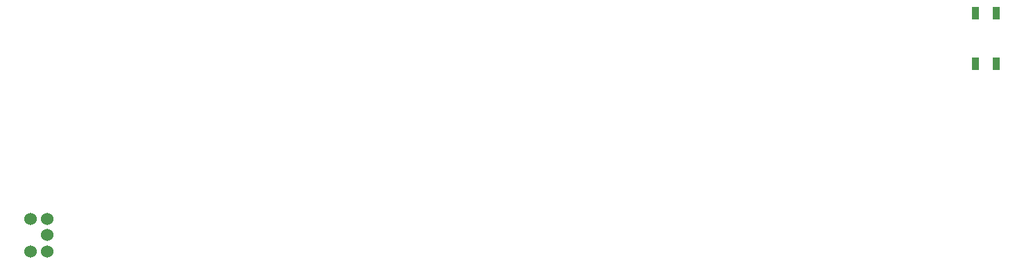
<source format=gbp>
%FSLAX25Y25*%
%MOIN*%
G70*
G01*
G75*
G04 Layer_Color=128*
%ADD10R,0.01772X0.03937*%
%ADD11R,0.05500X0.06200*%
%ADD12R,0.02606X0.03000*%
%ADD13R,0.03000X0.02606*%
G04:AMPARAMS|DCode=14|XSize=55mil|YSize=50mil|CornerRadius=0mil|HoleSize=0mil|Usage=FLASHONLY|Rotation=180.000|XOffset=0mil|YOffset=0mil|HoleType=Round|Shape=Octagon|*
%AMOCTAGOND14*
4,1,8,-0.02750,0.01250,-0.02750,-0.01250,-0.01500,-0.02500,0.01500,-0.02500,0.02750,-0.01250,0.02750,0.01250,0.01500,0.02500,-0.01500,0.02500,-0.02750,0.01250,0.0*
%
%ADD14OCTAGOND14*%

%ADD15R,0.05500X0.05000*%
G04:AMPARAMS|DCode=16|XSize=63.78mil|YSize=53.94mil|CornerRadius=0mil|HoleSize=0mil|Usage=FLASHONLY|Rotation=0.000|XOffset=0mil|YOffset=0mil|HoleType=Round|Shape=Octagon|*
%AMOCTAGOND16*
4,1,8,0.03189,-0.01348,0.03189,0.01348,0.01841,0.02697,-0.01841,0.02697,-0.03189,0.01348,-0.03189,-0.01348,-0.01841,-0.02697,0.01841,-0.02697,0.03189,-0.01348,0.0*
%
%ADD16OCTAGOND16*%

%ADD17R,0.06378X0.05394*%
%ADD18R,0.05000X0.05500*%
G04:AMPARAMS|DCode=19|XSize=55mil|YSize=50mil|CornerRadius=0mil|HoleSize=0mil|Usage=FLASHONLY|Rotation=270.000|XOffset=0mil|YOffset=0mil|HoleType=Round|Shape=Octagon|*
%AMOCTAGOND19*
4,1,8,-0.01250,-0.02750,0.01250,-0.02750,0.02500,-0.01500,0.02500,0.01500,0.01250,0.02750,-0.01250,0.02750,-0.02500,0.01500,-0.02500,-0.01500,-0.01250,-0.02750,0.0*
%
%ADD19OCTAGOND19*%

%ADD20R,0.05000X0.03500*%
%ADD21O,0.05906X0.01181*%
G04:AMPARAMS|DCode=22|XSize=50mil|YSize=35mil|CornerRadius=0mil|HoleSize=0mil|Usage=FLASHONLY|Rotation=90.000|XOffset=0mil|YOffset=0mil|HoleType=Round|Shape=Octagon|*
%AMOCTAGOND22*
4,1,8,0.00875,0.02500,-0.00875,0.02500,-0.01750,0.01625,-0.01750,-0.01625,-0.00875,-0.02500,0.00875,-0.02500,0.01750,-0.01625,0.01750,0.01625,0.00875,0.02500,0.0*
%
%ADD22OCTAGOND22*%

%ADD23R,0.03500X0.05000*%
%ADD24O,0.08268X0.02362*%
%ADD25R,0.08268X0.02362*%
%ADD26R,0.03937X0.01772*%
%ADD27R,0.08661X0.05512*%
%ADD28O,0.02362X0.08268*%
%ADD29R,0.05394X0.06378*%
G04:AMPARAMS|DCode=30|XSize=63.78mil|YSize=53.94mil|CornerRadius=0mil|HoleSize=0mil|Usage=FLASHONLY|Rotation=270.000|XOffset=0mil|YOffset=0mil|HoleType=Round|Shape=Octagon|*
%AMOCTAGOND30*
4,1,8,-0.01348,-0.03189,0.01348,-0.03189,0.02697,-0.01841,0.02697,0.01841,0.01348,0.03189,-0.01348,0.03189,-0.02697,0.01841,-0.02697,-0.01841,-0.01348,-0.03189,0.0*
%
%ADD30OCTAGOND30*%

%ADD31R,0.06000X0.11000*%
%ADD32R,0.23000X0.24500*%
%ADD33R,0.10000X0.07480*%
G04:AMPARAMS|DCode=34|XSize=100mil|YSize=74.8mil|CornerRadius=0mil|HoleSize=0mil|Usage=FLASHONLY|Rotation=180.000|XOffset=0mil|YOffset=0mil|HoleType=Round|Shape=Octagon|*
%AMOCTAGOND34*
4,1,8,-0.05000,0.01870,-0.05000,-0.01870,-0.03130,-0.03740,0.03130,-0.03740,0.05000,-0.01870,0.05000,0.01870,0.03130,0.03740,-0.03130,0.03740,-0.05000,0.01870,0.0*
%
%ADD34OCTAGOND34*%

%ADD35R,0.24500X0.23000*%
%ADD36R,0.11000X0.06000*%
%ADD37C,0.03000*%
%ADD38C,0.00600*%
%ADD39C,0.01500*%
%ADD40R,0.28400X0.26800*%
%ADD41R,0.07900X0.22700*%
%ADD42R,0.06900X0.11300*%
%ADD43R,0.24800X0.08400*%
%ADD44R,0.09200X0.98600*%
%ADD45R,0.23200X0.12400*%
%ADD46R,0.07000X0.06000*%
%ADD47R,0.15300X0.08500*%
%ADD48R,0.06500X0.36000*%
%ADD49R,0.56000X0.11500*%
%ADD50R,0.06000X0.16000*%
%ADD51R,0.09500X0.26900*%
%ADD52R,1.04500X0.12000*%
%ADD53R,0.06000X0.44500*%
%ADD54R,0.27000X0.07000*%
%ADD55R,0.13100X0.15500*%
%ADD56R,0.08000X0.38000*%
%ADD57R,0.19600X0.03800*%
%ADD58R,0.05500X0.15000*%
%ADD59R,0.10000X0.14000*%
%ADD60R,0.07000X0.16800*%
%ADD61R,0.22800X0.08500*%
%ADD62R,0.38200X0.07200*%
%ADD63R,0.07300X0.15800*%
%ADD64R,0.05900X0.05000*%
%ADD65R,0.11200X0.03900*%
%ADD66R,0.04200X0.42200*%
%ADD67R,0.14500X0.07500*%
%ADD68C,0.06200*%
%ADD69C,0.07087*%
%ADD70R,0.07087X0.07087*%
%ADD71C,0.09843*%
%ADD72R,0.09843X0.09843*%
%ADD73R,0.07087X0.07087*%
%ADD74C,0.20000*%
%ADD75C,0.06299*%
%ADD76R,0.06299X0.06299*%
G04:AMPARAMS|DCode=77|XSize=62.99mil|YSize=62.99mil|CornerRadius=0mil|HoleSize=0mil|Usage=FLASHONLY|Rotation=180.000|XOffset=0mil|YOffset=0mil|HoleType=Round|Shape=Octagon|*
%AMOCTAGOND77*
4,1,8,-0.03150,0.01575,-0.03150,-0.01575,-0.01575,-0.03150,0.01575,-0.03150,0.03150,-0.01575,0.03150,0.01575,0.01575,0.03150,-0.01575,0.03150,-0.03150,0.01575,0.0*
%
%ADD77OCTAGOND77*%

%ADD78R,0.06299X0.06299*%
%ADD79C,0.07874*%
%ADD80R,0.06693X0.06693*%
%ADD81C,0.06693*%
%ADD82C,0.11811*%
%ADD83R,0.06693X0.06693*%
%ADD84R,0.07874X0.07874*%
%ADD85C,0.07480*%
%ADD86R,0.07480X0.07480*%
%ADD87C,0.05118*%
%ADD88R,0.05118X0.05118*%
%ADD89C,0.09055*%
%ADD90R,0.05118X0.05118*%
G04:AMPARAMS|DCode=91|XSize=70.87mil|YSize=70.87mil|CornerRadius=0mil|HoleSize=0mil|Usage=FLASHONLY|Rotation=0.000|XOffset=0mil|YOffset=0mil|HoleType=Round|Shape=Octagon|*
%AMOCTAGOND91*
4,1,8,0.03543,-0.01772,0.03543,0.01772,0.01772,0.03543,-0.01772,0.03543,-0.03543,0.01772,-0.03543,-0.01772,-0.01772,-0.03543,0.01772,-0.03543,0.03543,-0.01772,0.0*
%
%ADD91OCTAGOND91*%

%ADD92C,0.03150*%
%ADD93C,0.02362*%
%ADD94C,0.01969*%
%ADD95C,0.06000*%
%ADD96R,0.03347X0.06299*%
%ADD97R,0.06900X0.08000*%
%ADD98R,0.07200X0.15300*%
%ADD99R,0.24800X0.03000*%
%ADD100R,0.10400X0.54200*%
%ADD101R,0.08700X0.08300*%
%ADD102R,0.09700X0.43800*%
%ADD103R,0.10000X0.12500*%
%ADD104R,0.04000X0.38900*%
%ADD105R,0.17100X0.04000*%
%ADD106R,0.04000X0.08200*%
%ADD107R,0.08000X0.32000*%
%ADD108R,0.04000X0.16900*%
%ADD109R,0.26300X0.04500*%
%ADD110R,0.08000X0.15000*%
%ADD111R,1.00500X0.08000*%
%ADD112R,0.59100X0.27000*%
%ADD113R,0.14100X0.20000*%
%ADD114C,0.00984*%
%ADD115C,0.01000*%
%ADD116C,0.00787*%
%ADD117C,0.01984*%
%ADD118C,0.00800*%
%ADD119C,0.01969*%
%ADD120C,0.02900*%
%ADD121C,0.00591*%
%ADD122C,0.00472*%
%ADD123R,0.06299X0.02165*%
%ADD124R,0.02165X0.06299*%
%ADD125R,0.11000X0.03000*%
%ADD126R,0.09449X0.02165*%
%ADD127R,0.09449X0.00847*%
%ADD128R,0.02572X0.04737*%
%ADD129R,0.06300X0.07000*%
%ADD130R,0.03406X0.03800*%
%ADD131R,0.03800X0.03406*%
G04:AMPARAMS|DCode=132|XSize=63mil|YSize=58mil|CornerRadius=0mil|HoleSize=0mil|Usage=FLASHONLY|Rotation=180.000|XOffset=0mil|YOffset=0mil|HoleType=Round|Shape=Octagon|*
%AMOCTAGOND132*
4,1,8,-0.03150,0.01450,-0.03150,-0.01450,-0.01700,-0.02900,0.01700,-0.02900,0.03150,-0.01450,0.03150,0.01450,0.01700,0.02900,-0.01700,0.02900,-0.03150,0.01450,0.0*
%
%ADD132OCTAGOND132*%

%ADD133R,0.06300X0.05800*%
G04:AMPARAMS|DCode=134|XSize=71.78mil|YSize=61.94mil|CornerRadius=0mil|HoleSize=0mil|Usage=FLASHONLY|Rotation=0.000|XOffset=0mil|YOffset=0mil|HoleType=Round|Shape=Octagon|*
%AMOCTAGOND134*
4,1,8,0.03589,-0.01548,0.03589,0.01548,0.02041,0.03097,-0.02041,0.03097,-0.03589,0.01548,-0.03589,-0.01548,-0.02041,-0.03097,0.02041,-0.03097,0.03589,-0.01548,0.0*
%
%ADD134OCTAGOND134*%

%ADD135R,0.07178X0.06194*%
%ADD136R,0.05800X0.06300*%
G04:AMPARAMS|DCode=137|XSize=63mil|YSize=58mil|CornerRadius=0mil|HoleSize=0mil|Usage=FLASHONLY|Rotation=270.000|XOffset=0mil|YOffset=0mil|HoleType=Round|Shape=Octagon|*
%AMOCTAGOND137*
4,1,8,-0.01450,-0.03150,0.01450,-0.03150,0.02900,-0.01700,0.02900,0.01700,0.01450,0.03150,-0.01450,0.03150,-0.02900,0.01700,-0.02900,-0.01700,-0.01450,-0.03150,0.0*
%
%ADD137OCTAGOND137*%

%ADD138R,0.05800X0.04300*%
%ADD139O,0.06706X0.01981*%
G04:AMPARAMS|DCode=140|XSize=58mil|YSize=43mil|CornerRadius=0mil|HoleSize=0mil|Usage=FLASHONLY|Rotation=90.000|XOffset=0mil|YOffset=0mil|HoleType=Round|Shape=Octagon|*
%AMOCTAGOND140*
4,1,8,0.01075,0.02900,-0.01075,0.02900,-0.02150,0.01825,-0.02150,-0.01825,-0.01075,-0.02900,0.01075,-0.02900,0.02150,-0.01825,0.02150,0.01825,0.01075,0.02900,0.0*
%
%ADD140OCTAGOND140*%

%ADD141R,0.04300X0.05800*%
%ADD142O,0.09068X0.03162*%
%ADD143R,0.09068X0.03162*%
%ADD144R,0.04737X0.02572*%
%ADD145R,0.09461X0.06312*%
%ADD146O,0.03162X0.09068*%
%ADD147R,0.06194X0.07178*%
G04:AMPARAMS|DCode=148|XSize=71.78mil|YSize=61.94mil|CornerRadius=0mil|HoleSize=0mil|Usage=FLASHONLY|Rotation=270.000|XOffset=0mil|YOffset=0mil|HoleType=Round|Shape=Octagon|*
%AMOCTAGOND148*
4,1,8,-0.01548,-0.03589,0.01548,-0.03589,0.03097,-0.02041,0.03097,0.02041,0.01548,0.03589,-0.01548,0.03589,-0.03097,0.02041,-0.03097,-0.02041,-0.01548,-0.03589,0.0*
%
%ADD148OCTAGOND148*%

%ADD149R,0.06800X0.11800*%
%ADD150R,0.23800X0.25300*%
%ADD151R,0.10800X0.08280*%
G04:AMPARAMS|DCode=152|XSize=108mil|YSize=82.8mil|CornerRadius=0mil|HoleSize=0mil|Usage=FLASHONLY|Rotation=180.000|XOffset=0mil|YOffset=0mil|HoleType=Round|Shape=Octagon|*
%AMOCTAGOND152*
4,1,8,-0.05400,0.02070,-0.05400,-0.02070,-0.03330,-0.04140,0.03330,-0.04140,0.05400,-0.02070,0.05400,0.02070,0.03330,0.04140,-0.03330,0.04140,-0.05400,0.02070,0.0*
%
%ADD152OCTAGOND152*%

%ADD153R,0.25300X0.23800*%
%ADD154R,0.11800X0.06800*%
%ADD155C,0.07000*%
%ADD156C,0.07887*%
%ADD157R,0.07887X0.07887*%
%ADD158C,0.10642*%
%ADD159R,0.10642X0.10642*%
%ADD160R,0.07887X0.07887*%
%ADD161C,0.20800*%
%ADD162C,0.07099*%
%ADD163R,0.07099X0.07099*%
G04:AMPARAMS|DCode=164|XSize=70.99mil|YSize=70.99mil|CornerRadius=0mil|HoleSize=0mil|Usage=FLASHONLY|Rotation=180.000|XOffset=0mil|YOffset=0mil|HoleType=Round|Shape=Octagon|*
%AMOCTAGOND164*
4,1,8,-0.03550,0.01775,-0.03550,-0.01775,-0.01775,-0.03550,0.01775,-0.03550,0.03550,-0.01775,0.03550,0.01775,0.01775,0.03550,-0.01775,0.03550,-0.03550,0.01775,0.0*
%
%ADD164OCTAGOND164*%

%ADD165R,0.07099X0.07099*%
%ADD166C,0.08674*%
%ADD167R,0.07493X0.07493*%
%ADD168C,0.07493*%
%ADD169C,0.12611*%
%ADD170R,0.07493X0.07493*%
%ADD171R,0.08674X0.08674*%
%ADD172C,0.08280*%
%ADD173R,0.08280X0.08280*%
%ADD174C,0.05918*%
%ADD175R,0.05918X0.05918*%
%ADD176C,0.09855*%
%ADD177R,0.05918X0.05918*%
G04:AMPARAMS|DCode=178|XSize=78.87mil|YSize=78.87mil|CornerRadius=0mil|HoleSize=0mil|Usage=FLASHONLY|Rotation=0.000|XOffset=0mil|YOffset=0mil|HoleType=Round|Shape=Octagon|*
%AMOCTAGOND178*
4,1,8,0.03943,-0.01972,0.03943,0.01972,0.01972,0.03943,-0.01972,0.03943,-0.03943,0.01972,-0.03943,-0.01972,-0.01972,-0.03943,0.01972,-0.03943,0.03943,-0.01972,0.0*
%
%ADD178OCTAGOND178*%

%ADD179C,0.03162*%
%ADD180R,0.46600X0.27000*%
%ADD181C,0.06800*%
%ADD182R,0.04147X0.07099*%
D95*
X21868Y119682D02*
D03*
Y111808D02*
D03*
Y103934D02*
D03*
X13994D02*
D03*
Y119682D02*
D03*
D96*
X467900Y194089D02*
D03*
X477900D02*
D03*
Y218711D02*
D03*
X467900D02*
D03*
M02*

</source>
